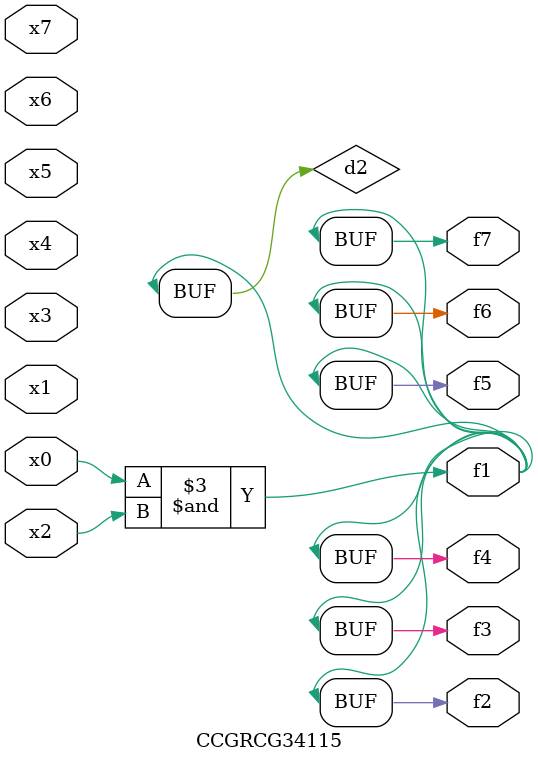
<source format=v>
module CCGRCG34115(
	input x0, x1, x2, x3, x4, x5, x6, x7,
	output f1, f2, f3, f4, f5, f6, f7
);

	wire d1, d2;

	nor (d1, x3, x6);
	and (d2, x0, x2);
	assign f1 = d2;
	assign f2 = d2;
	assign f3 = d2;
	assign f4 = d2;
	assign f5 = d2;
	assign f6 = d2;
	assign f7 = d2;
endmodule

</source>
